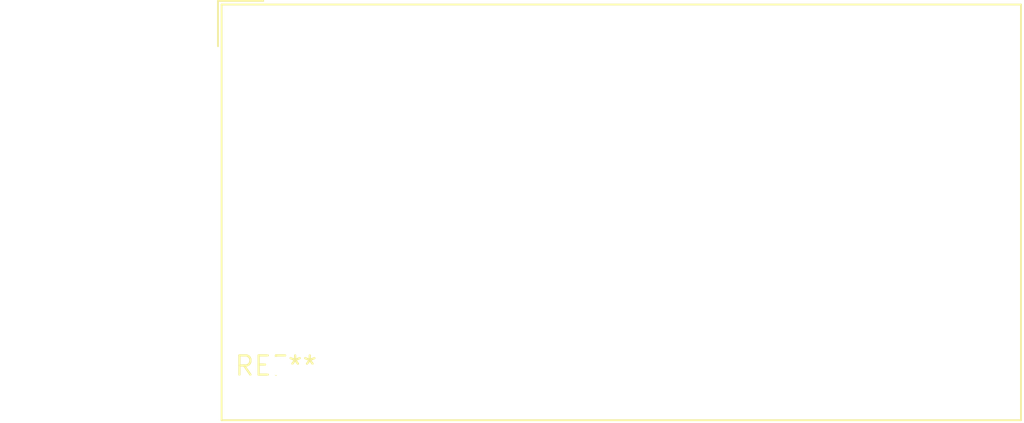
<source format=kicad_pcb>
(kicad_pcb (version 20240108) (generator pcbnew)
  (layers (0 "F.Cu" signal) (31 "B.Cu" signal) (34 "B.Paste" user) (35 "F.Paste" user) (36 "B.SilkS" user "B.Silkscreen") (37 "F.SilkS" user "F.Silkscreen") (38 "B.Mask" user) (39 "F.Mask" user) (44 "Edge.Cuts" user))
  (net 0 "")
  (footprint "Converter_ACDC_Hi-Link_HLK-12MxxA" (layer "F.Cu") (at 0 0)
    (property "Reference" "REF**")
    (property "Value" "Converter_ACDC_Hi-Link_HLK-12MxxA")
    (fp_line (start -3.84 -24.16) (end -0.84 -24.16) (layer "F.SilkS") (stroke (width 0.12)))
    (fp_line (start -3.84 -21.16) (end -3.84 -24.16) (layer "F.SilkS") (stroke (width 0.12)))
    (fp_line (start -3.6 -23.92) (end -3.6 3.6) (layer "F.SilkS") (stroke (width 0.12)))
    (fp_line (start -3.6 -23.92) (end 49.32 -23.92) (layer "F.SilkS") (stroke (width 0.12)))
    (fp_line (start -3.6 3.6) (end 49.32 3.6) (layer "F.SilkS") (stroke (width 0.12)))
    (fp_line (start 49.32 -23.92) (end 49.32 3.6) (layer "F.SilkS") (stroke (width 0.12)))
    (pad "1" thru_hole rect (at 0 0) (size 1.9 2.2) (drill 1.2) (layers *.Cu *.Mask) (remove_unused_layers))
    (pad "2" thru_hole oval (at 0 -20.32) (size 1.9 2.2) (drill 1.2) (layers *.Cu *.Mask) (remove_unused_layers))
    (pad "3" thru_hole oval (at 45.72 -20.32) (size 1.9 2.2) (drill 1.2) (layers *.Cu *.Mask) (remove_unused_layers))
    (pad "4" thru_hole oval (at 45.72 -10.16) (size 1.9 2.2) (drill 1.2) (layers *.Cu *.Mask) (remove_unused_layers))
  )
)
</source>
